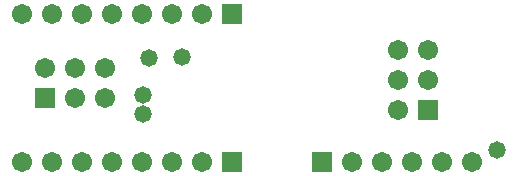
<source format=gbs>
G04 Layer_Color=16711935*
%FSLAX43Y43*%
%MOMM*%
G71*
G01*
G75*
%ADD31R,1.703X1.703*%
%ADD32C,1.703*%
%ADD33R,1.703X1.703*%
%ADD34C,1.473*%
D31*
X19100Y2000D02*
D03*
X26720D02*
D03*
X3250Y7375D02*
D03*
X19100Y14500D02*
D03*
D32*
X16560Y2000D02*
D03*
X14020D02*
D03*
X11480D02*
D03*
X8940D02*
D03*
X6400D02*
D03*
X3860D02*
D03*
X1320D02*
D03*
X33085Y6375D02*
D03*
X35625Y8915D02*
D03*
X33085D02*
D03*
X35625Y11455D02*
D03*
X33085D02*
D03*
X29260Y2000D02*
D03*
X31800D02*
D03*
X34340D02*
D03*
X36880D02*
D03*
X39420D02*
D03*
X3250Y9915D02*
D03*
X5790Y7375D02*
D03*
Y9915D02*
D03*
X8330Y7375D02*
D03*
Y9915D02*
D03*
X16560Y14500D02*
D03*
X14020D02*
D03*
X11480D02*
D03*
X8940D02*
D03*
X6400D02*
D03*
X3860D02*
D03*
X1320D02*
D03*
D33*
X35625Y6375D02*
D03*
D34*
X12000Y10750D02*
D03*
X11500Y6000D02*
D03*
X11490Y7635D02*
D03*
X14875Y10875D02*
D03*
X41500Y3000D02*
D03*
M02*

</source>
